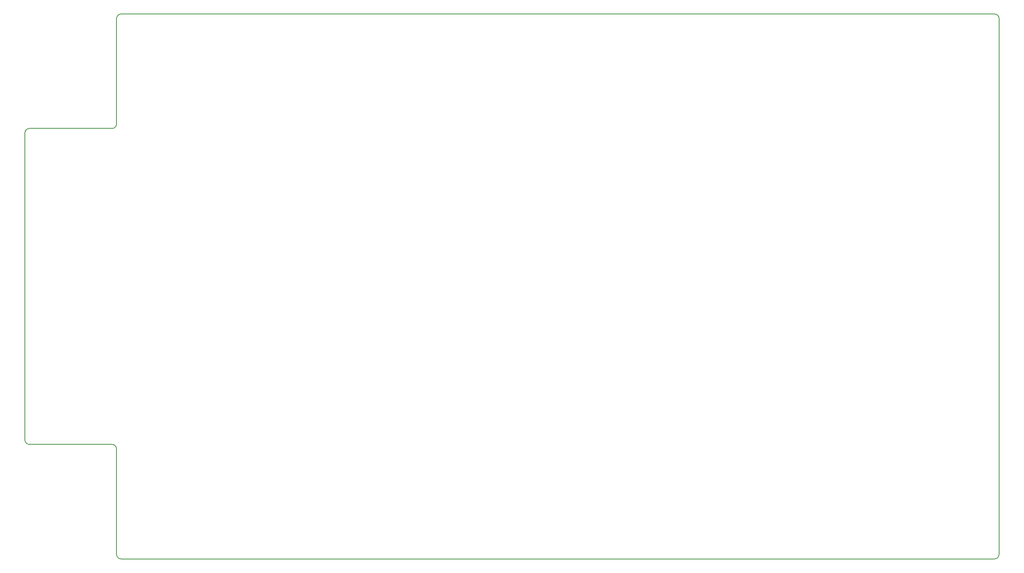
<source format=gm1>
G04 #@! TF.GenerationSoftware,KiCad,Pcbnew,(5.0.0-rc2-dev-86-gcd2224b94)*
G04 #@! TF.CreationDate,2018-04-27T13:43:40-06:00*
G04 #@! TF.ProjectId,audio_beamforming_daughter_board,617564696F5F6265616D666F726D696E,1*
G04 #@! TF.SameCoordinates,PX175d720PY88601c0*
G04 #@! TF.FileFunction,Profile,NP*
%FSLAX46Y46*%
G04 Gerber Fmt 4.6, Leading zero omitted, Abs format (unit mm)*
G04 Created by KiCad (PCBNEW (5.0.0-rc2-dev-86-gcd2224b94)) date Fri Apr 27 13:43:40 2018*
%MOMM*%
%LPD*%
G01*
G04 APERTURE LIST*
%ADD10C,0.200000*%
G04 APERTURE END LIST*
D10*
X19000000Y25000000D02*
G75*
G02X20000000Y24000000I0J-1000000D01*
G01*
X20000000Y95000000D02*
G75*
G02X19000000Y94000000I-1000000J0D01*
G01*
X20000000Y118000000D02*
G75*
G02X21000000Y119000000I1000000J0D01*
G01*
X211500000Y119000000D02*
G75*
G02X212500000Y118000000I0J-1000000D01*
G01*
X212500000Y1000000D02*
G75*
G02X211500000Y0I-1000000J0D01*
G01*
X21000000Y0D02*
G75*
G02X20000000Y1000000I0J1000000D01*
G01*
X1000000Y25000000D02*
G75*
G02X0Y26000000I0J1000000D01*
G01*
X0Y93000000D02*
G75*
G02X1000000Y94000000I1000000J0D01*
G01*
X212500000Y1000000D02*
X212500000Y118000000D01*
X21000000Y0D02*
X211500000Y0D01*
X20000000Y24000000D02*
X20000000Y1000000D01*
X20000000Y95000000D02*
X20000000Y118000000D01*
X21000000Y119000000D02*
X211500000Y119000000D01*
X19000000Y25000000D02*
X1000000Y25000000D01*
X1000000Y94000000D02*
X19000000Y94000000D01*
X0Y26000000D02*
X0Y93000000D01*
M02*

</source>
